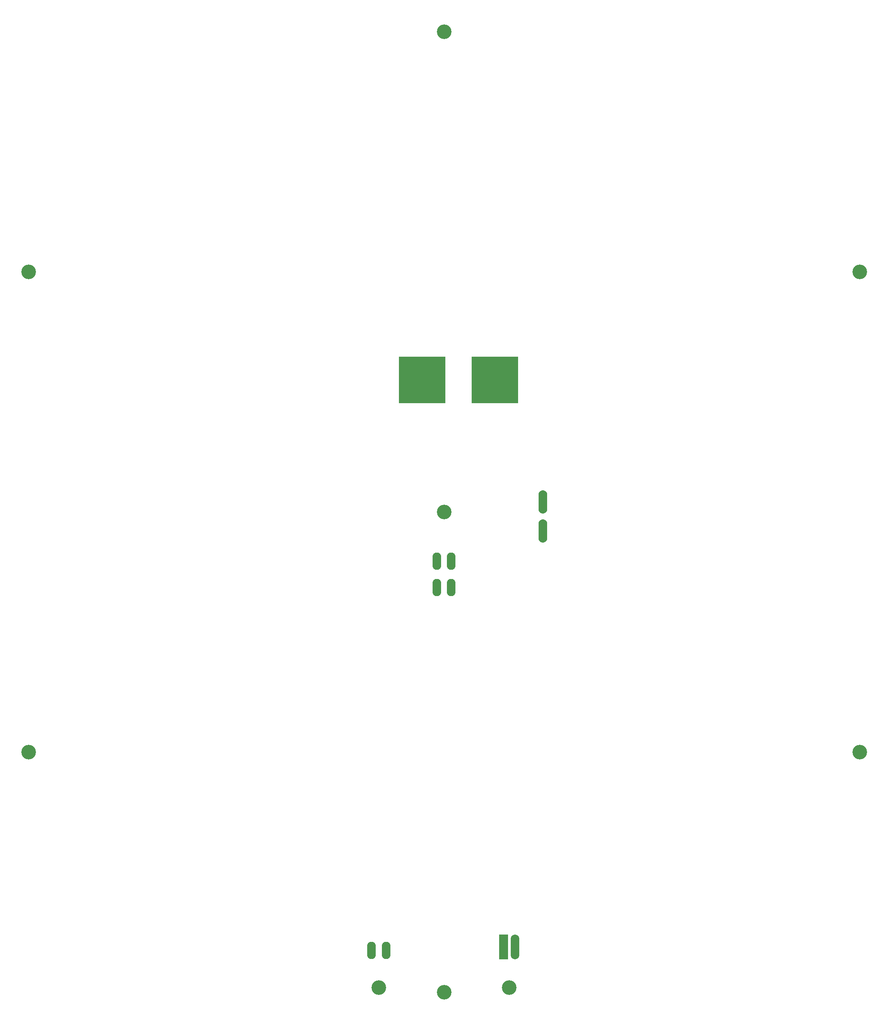
<source format=gbr>
G04 DipTrace 2.3.1.0*
%INBottomMask.gbr*%
%MOIN*%
%ADD21O,0.075X0.2*%
%ADD22O,0.075X0.2125*%
%ADD24O,0.075X0.15*%
%ADD27C,0.126*%
%FSLAX44Y44*%
G04*
G70*
G90*
G75*
G01*
%LNBotMask*%
%LPD*%
D27*
X47244Y88587D3*
X11444Y67917D3*
X83044D3*
Y26577D3*
X11444D3*
X47244Y5907D3*
Y47247D3*
X41614Y6317D3*
X52874D3*
G36*
X49619Y60622D2*
X53619D1*
Y56622D1*
X49619D1*
Y60622D1*
G37*
G36*
X43369D2*
X47369D1*
Y56622D1*
X43369D1*
Y60622D1*
G37*
D22*
X53369Y9810D3*
G36*
X51994Y10872D2*
X52744D1*
Y8747D1*
X51994D1*
Y10872D1*
G37*
D21*
X55744Y45622D3*
Y48122D3*
D24*
X47869Y42997D3*
X46619D3*
X47869Y40747D3*
X46619D3*
X42244Y9497D3*
X40994D3*
M02*

</source>
